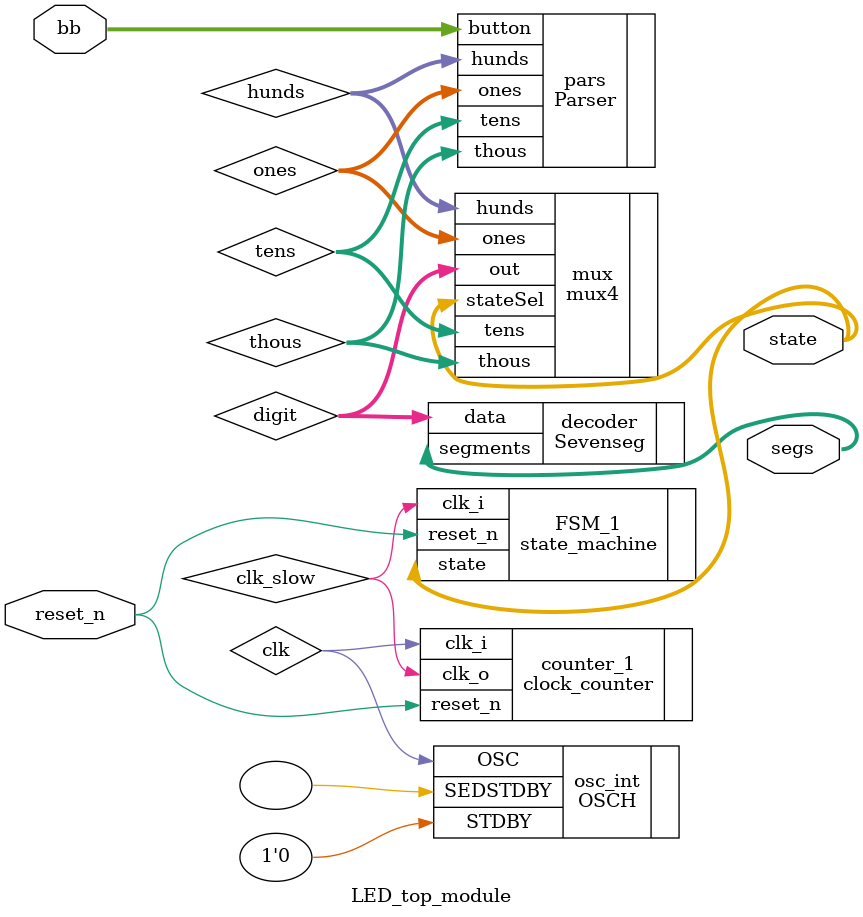
<source format=sv>
module LED_top_module( 
	/**************************/
	/* Set inputs and outputs */
	/* to the whole FPGA here */
	/**************************/
	input logic [7:0] bb,
	output logic [6:0] segs,
	input logic reset_n, //be sure to set this input to PullUp, or connect the pin to 3.3V
	output logic [2:0] state
	);
		/*******************************/
		/* Set internal variables here */
		/*******************************/
		logic clk;		//used for the oscillator's 2.08 MHz clock
		logic clk_slow;	//used for slowed down, 5 Hz clock
		logic [3:0] digit;
		logic [3:0] ones;
		logic [3:0] tens;
		logic [3:0] hunds;
		logic [3:0] thous;
		
		/***********************/
		/* Define modules here */
		/***********************/
		//This is an instance of a special, built in module that accesses our chip's oscillator
		OSCH #("2.08") osc_int (	//"2.08" specifies the operating frequency, 2.08 MHz.
									//Other clock frequencies can be found in the MachX02's documentation
			.STDBY(1'b0),			//Specifies active state
			.OSC(clk),				//Outputs clock signal to 'clk' net
			.SEDSTDBY());			//Leaves SEDSTDBY pin unconnected
		
		
		//This module is instantiated from another file, 'Clock_Counter.sv'
		//It will take an input clock, slow it down based on parameters set inside of the module, and
		//output the new clock. Reset functionality is also built-in
		clock_counter counter_1(
			.clk_i(clk),
			.reset_n(reset_n),
			.clk_o(clk_slow));
			
		//This module is instantiated from another file, 'State_Machine.sv'
		//It contains a Moore state machine that will take a clock and reset, and output a state
		state_machine FSM_1(
			.clk_i(clk_slow),
			.reset_n(reset_n),
			.state(state));
			
		/************************************************/
		/* Add modules for:								*/
		/* Parser 		Determines the 1000's, 100's,   */
		/*				10's and 1's place of the number*/
		/* Multiplexer	Determines which parser output  */
		/*				to pass to the decoder			*/
		/* Decoder		Convert 4-bit binary to 7-seg   */
		/*				output for numbers 0-9			*/
		/************************************************/
		
		Parser pars(
			.button(bb),
			.ones(ones),
			.tens(tens),
			.hunds(hunds),
			.thous(thous)
			);
		mux4 mux(
			.ones(ones),
			.tens(tens),
			.hunds(hunds),
			.thous(thous),
			.stateSel(state),
			.out(digit)
			);
		Sevenseg decoder(
			.data(digit),
			.segments(segs)
			);
endmodule

</source>
